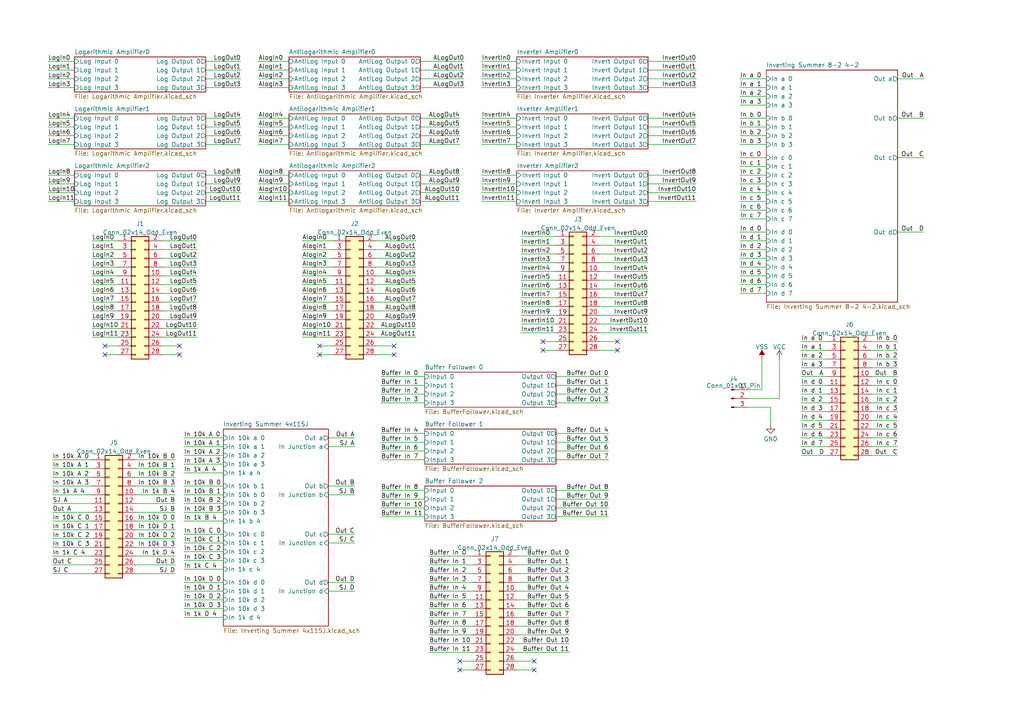
<source format=kicad_sch>
(kicad_sch (version 20230121) (generator eeschema)
  (paper "A4")
  (title_block (title "Analog Computer ") (date "2023-03-08") (rev "v1") (company "Out-of-band Development, LLC") (comment 1 "Matthew Whited"))
  (lib_symbols
    (symbol "Connector:Conn_01x03_Pin" (pin_names (offset 1.016) hide)
      (property "Reference" "J" (at 0 5.08 0))
      (property "Value" "Conn_01x03_Pin" (at 0 -5.08 0))
      (symbol "Conn_01x03_Pin_1_1"
        (polyline (pts (xy 1.27 -2.54) (xy 0.8636 -2.54)) (stroke (width 0.1524)))
        (polyline (pts (xy 1.27 0) (xy 0.8636 0)) (stroke (width 0.1524)))
        (polyline (pts (xy 1.27 2.54) (xy 0.8636 2.54)) (stroke (width 0.1524)))
        (rectangle (start 0.8636 -2.413) (end 0 -2.667) (stroke (width 0.1524)) (fill (type outline)))
        (rectangle (start 0.8636 0.127) (end 0 -0.127) (stroke (width 0.1524)) (fill (type outline)))
        (rectangle (start 0.8636 2.667) (end 0 2.413) (stroke (width 0.1524)) (fill (type outline)))
        (pin passive line (at 5.08 2.54 180) (length 3.81) (name "Pin_1") (number "1"))
        (pin passive line (at 5.08 0 180) (length 3.81) (name "Pin_2") (number "2"))
        (pin passive line (at 5.08 -2.54 180) (length 3.81) (name "Pin_3") (number "3"))
      )
    )
    (symbol "Connector_Generic:Conn_02x14_Odd_Even" (pin_names (offset 1.016) hide)
      (property "Reference" "J" (at 1.27 17.78 0))
      (property "Value" "Conn_02x14_Odd_Even" (at 1.27 -20.32 0))
      (symbol "Conn_02x14_Odd_Even_1_1"
        (rectangle (start -1.27 -17.653) (end 0 -17.907) (stroke (width 0.1524)))
        (rectangle (start -1.27 -15.113) (end 0 -15.367) (stroke (width 0.1524)))
        (rectangle (start -1.27 -12.573) (end 0 -12.827) (stroke (width 0.1524)))
        (rectangle (start -1.27 -10.033) (end 0 -10.287) (stroke (width 0.1524)))
        (rectangle (start -1.27 -7.493) (end 0 -7.747) (stroke (width 0.1524)))
        (rectangle (start -1.27 -4.953) (end 0 -5.207) (stroke (width 0.1524)))
        (rectangle (start -1.27 -2.413) (end 0 -2.667) (stroke (width 0.1524)))
        (rectangle (start -1.27 0.127) (end 0 -0.127) (stroke (width 0.1524)))
        (rectangle (start -1.27 2.667) (end 0 2.413) (stroke (width 0.1524)))
        (rectangle (start -1.27 5.207) (end 0 4.953) (stroke (width 0.1524)))
        (rectangle (start -1.27 7.747) (end 0 7.493) (stroke (width 0.1524)))
        (rectangle (start -1.27 10.287) (end 0 10.033) (stroke (width 0.1524)))
        (rectangle (start -1.27 12.827) (end 0 12.573) (stroke (width 0.1524)))
        (rectangle (start -1.27 15.367) (end 0 15.113) (stroke (width 0.1524)))
        (rectangle (start -1.27 16.51) (end 3.81 -19.05) (stroke (width 0.254)) (fill (type background)))
        (rectangle (start 3.81 -17.653) (end 2.54 -17.907) (stroke (width 0.1524)))
        (rectangle (start 3.81 -15.113) (end 2.54 -15.367) (stroke (width 0.1524)))
        (rectangle (start 3.81 -12.573) (end 2.54 -12.827) (stroke (width 0.1524)))
        (rectangle (start 3.81 -10.033) (end 2.54 -10.287) (stroke (width 0.1524)))
        (rectangle (start 3.81 -7.493) (end 2.54 -7.747) (stroke (width 0.1524)))
        (rectangle (start 3.81 -4.953) (end 2.54 -5.207) (stroke (width 0.1524)))
        (rectangle (start 3.81 -2.413) (end 2.54 -2.667) (stroke (width 0.1524)))
        (rectangle (start 3.81 0.127) (end 2.54 -0.127) (stroke (width 0.1524)))
        (rectangle (start 3.81 2.667) (end 2.54 2.413) (stroke (width 0.1524)))
        (rectangle (start 3.81 5.207) (end 2.54 4.953) (stroke (width 0.1524)))
        (rectangle (start 3.81 7.747) (end 2.54 7.493) (stroke (width 0.1524)))
        (rectangle (start 3.81 10.287) (end 2.54 10.033) (stroke (width 0.1524)))
        (rectangle (start 3.81 12.827) (end 2.54 12.573) (stroke (width 0.1524)))
        (rectangle (start 3.81 15.367) (end 2.54 15.113) (stroke (width 0.1524)))
        (pin passive line (at -5.08 15.24 0) (length 3.81) (name "Pin_1") (number "1"))
        (pin passive line (at 7.62 5.08 180) (length 3.81) (name "Pin_10") (number "10"))
        (pin passive line (at -5.08 2.54 0) (length 3.81) (name "Pin_11") (number "11"))
        (pin passive line (at 7.62 2.54 180) (length 3.81) (name "Pin_12") (number "12"))
        (pin passive line (at -5.08 0 0) (length 3.81) (name "Pin_13") (number "13"))
        (pin passive line (at 7.62 0 180) (length 3.81) (name "Pin_14") (number "14"))
        (pin passive line (at -5.08 -2.54 0) (length 3.81) (name "Pin_15") (number "15"))
        (pin passive line (at 7.62 -2.54 180) (length 3.81) (name "Pin_16") (number "16"))
        (pin passive line (at -5.08 -5.08 0) (length 3.81) (name "Pin_17") (number "17"))
        (pin passive line (at 7.62 -5.08 180) (length 3.81) (name "Pin_18") (number "18"))
        (pin passive line (at -5.08 -7.62 0) (length 3.81) (name "Pin_19") (number "19"))
        (pin passive line (at 7.62 15.24 180) (length 3.81) (name "Pin_2") (number "2"))
        (pin passive line (at 7.62 -7.62 180) (length 3.81) (name "Pin_20") (number "20"))
        (pin passive line (at -5.08 -10.16 0) (length 3.81) (name "Pin_21") (number "21"))
        (pin passive line (at 7.62 -10.16 180) (length 3.81) (name "Pin_22") (number "22"))
        (pin passive line (at -5.08 -12.7 0) (length 3.81) (name "Pin_23") (number "23"))
        (pin passive line (at 7.62 -12.7 180) (length 3.81) (name "Pin_24") (number "24"))
        (pin passive line (at -5.08 -15.24 0) (length 3.81) (name "Pin_25") (number "25"))
        (pin passive line (at 7.62 -15.24 180) (length 3.81) (name "Pin_26") (number "26"))
        (pin passive line (at -5.08 -17.78 0) (length 3.81) (name "Pin_27") (number "27"))
        (pin passive line (at 7.62 -17.78 180) (length 3.81) (name "Pin_28") (number "28"))
        (pin passive line (at -5.08 12.7 0) (length 3.81) (name "Pin_3") (number "3"))
        (pin passive line (at 7.62 12.7 180) (length 3.81) (name "Pin_4") (number "4"))
        (pin passive line (at -5.08 10.16 0) (length 3.81) (name "Pin_5") (number "5"))
        (pin passive line (at 7.62 10.16 180) (length 3.81) (name "Pin_6") (number "6"))
        (pin passive line (at -5.08 7.62 0) (length 3.81) (name "Pin_7") (number "7"))
        (pin passive line (at 7.62 7.62 180) (length 3.81) (name "Pin_8") (number "8"))
        (pin passive line (at -5.08 5.08 0) (length 3.81) (name "Pin_9") (number "9"))
      )
    )
    (symbol "power:GND" (power) (pin_names (offset 0))
      (property "Value" "GND" (at 0 -3.81 0))
      (symbol "GND_0_1"
        (polyline (pts (xy 0 0) (xy 0 -1.27) (xy 1.27 -1.27) (xy 0 -2.54) (xy -1.27 -1.27) (xy 0 -1.27)))
      )
      (symbol "GND_1_1"
        (pin power_in line (at 0 0 270) (length 0) hide (name "GND") (number "1"))
      )
    )
    (symbol "power:VCC" (power) (pin_names (offset 0))
      (property "Value" "VCC" (at 0 3.81 0))
      (symbol "VCC_0_1"
        (polyline (pts (xy -0.762 1.27) (xy 0 2.54)))
        (polyline (pts (xy 0 0) (xy 0 2.54)))
        (polyline (pts (xy 0 2.54) (xy 0.762 1.27)))
      )
      (symbol "VCC_1_1"
        (pin power_in line (at 0 0 90) (length 0) hide (name "VCC") (number "1"))
      )
    )
    (symbol "power:VSS" (power) (pin_names (offset 0))
      (property "Value" "VSS" (at 0 3.81 0))
      (symbol "VSS_0_1"
        (polyline (pts (xy 0 0) (xy 0 2.54)))
        (polyline (pts (xy 0.762 1.27) (xy -0.762 1.27) (xy 0 2.54) (xy 0.762 1.27)) (fill (type outline)))
      )
      (symbol "VSS_1_1"
        (pin power_in line (at 0 0 90) (length 0) hide (name "VSS") (number "1"))
      )
    )
  )
  (no_connect (at 133.35 194.31))
  (no_connect (at 157.48 101.6))
  (no_connect (at 179.07 101.6))
  (no_connect (at 30.48 102.87))
  (no_connect (at 114.3 100.33))
  (no_connect (at 154.94 191.77))
  (no_connect (at 154.94 194.31))
  (no_connect (at 30.48 100.33))
  (no_connect (at 52.07 102.87))
  (no_connect (at 133.35 191.77))
  (no_connect (at 52.07 100.33))
  (no_connect (at 92.71 100.33))
  (no_connect (at 179.07 99.06))
  (no_connect (at 114.3 102.87))
  (no_connect (at 92.71 102.87))
  (no_connect (at 157.48 99.06))
  (wire (pts (xy 74.93 20.32) (xy 83.82 20.32)))
  (wire (pts (xy 110.49 128.27) (xy 123.19 128.27)))
  (wire (pts (xy 124.46 181.61) (xy 137.16 181.61)))
  (wire (pts (xy 95.25 129.54) (xy 102.87 129.54)))
  (wire (pts (xy 87.63 77.47) (xy 96.52 77.47)))
  (wire (pts (xy 26.67 90.17) (xy 34.29 90.17)))
  (wire (pts (xy 214.63 77.47) (xy 222.25 77.47)))
  (wire (pts (xy 46.99 69.85) (xy 57.15 69.85)))
  (wire (pts (xy 151.13 96.52) (xy 161.29 96.52)))
  (wire (pts (xy 53.34 134.62) (xy 64.77 134.62)))
  (wire (pts (xy 161.29 128.27) (xy 176.53 128.27)))
  (wire (pts (xy 187.96 53.34) (xy 201.93 53.34)))
  (wire (pts (xy 252.73 99.06) (xy 260.35 99.06)))
  (wire (pts (xy 13.97 50.8) (xy 21.59 50.8)))
  (wire (pts (xy 252.73 124.46) (xy 260.35 124.46)))
  (wire (pts (xy 110.49 109.22) (xy 123.19 109.22)))
  (wire (pts (xy 59.69 34.29) (xy 69.85 34.29)))
  (wire (pts (xy 252.73 132.08) (xy 260.35 132.08)))
  (wire (pts (xy 110.49 111.76) (xy 123.19 111.76)))
  (wire (pts (xy 124.46 173.99) (xy 137.16 173.99)))
  (wire (pts (xy 15.24 138.43) (xy 26.67 138.43)))
  (wire (pts (xy 95.25 157.48) (xy 102.87 157.48)))
  (wire (pts (xy 133.35 191.77) (xy 137.16 191.77)))
  (wire (pts (xy 87.63 72.39) (xy 96.52 72.39)))
  (wire (pts (xy 252.73 106.68) (xy 260.35 106.68)))
  (wire (pts (xy 220.98 113.03) (xy 217.17 113.03)))
  (wire (pts (xy 139.7 20.32) (xy 149.86 20.32)))
  (wire (pts (xy 214.63 63.5) (xy 222.25 63.5)))
  (wire (pts (xy 173.99 93.98) (xy 187.96 93.98)))
  (wire (pts (xy 74.93 41.91) (xy 83.82 41.91)))
  (wire (pts (xy 26.67 87.63) (xy 34.29 87.63)))
  (wire (pts (xy 110.49 142.24) (xy 123.19 142.24)))
  (wire (pts (xy 151.13 76.2) (xy 161.29 76.2)))
  (wire (pts (xy 187.96 55.88) (xy 201.93 55.88)))
  (wire (pts (xy 46.99 80.01) (xy 57.15 80.01)))
  (wire (pts (xy 109.22 92.71) (xy 120.65 92.71)))
  (wire (pts (xy 53.34 160.02) (xy 64.77 160.02)))
  (wire (pts (xy 59.69 25.4) (xy 69.85 25.4)))
  (wire (pts (xy 74.93 25.4) (xy 83.82 25.4)))
  (wire (pts (xy 53.34 179.07) (xy 64.77 179.07)))
  (wire (pts (xy 260.35 45.72) (xy 267.97 45.72)))
  (wire (pts (xy 26.67 82.55) (xy 34.29 82.55)))
  (wire (pts (xy 214.63 82.55) (xy 222.25 82.55)))
  (wire (pts (xy 30.48 102.87) (xy 34.29 102.87)))
  (wire (pts (xy 46.99 87.63) (xy 57.15 87.63)))
  (wire (pts (xy 109.22 95.25) (xy 120.65 95.25)))
  (wire (pts (xy 214.63 53.34) (xy 222.25 53.34)))
  (wire (pts (xy 87.63 92.71) (xy 96.52 92.71)))
  (wire (pts (xy 161.29 130.81) (xy 176.53 130.81)))
  (wire (pts (xy 15.24 166.37) (xy 26.67 166.37)))
  (wire (pts (xy 53.34 157.48) (xy 64.77 157.48)))
  (wire (pts (xy 214.63 48.26) (xy 222.25 48.26)))
  (wire (pts (xy 252.73 129.54) (xy 260.35 129.54)))
  (wire (pts (xy 124.46 163.83) (xy 137.16 163.83)))
  (wire (pts (xy 95.25 143.51) (xy 102.87 143.51)))
  (wire (pts (xy 109.22 72.39) (xy 120.65 72.39)))
  (wire (pts (xy 260.35 22.86) (xy 267.97 22.86)))
  (wire (pts (xy 87.63 74.93) (xy 96.52 74.93)))
  (wire (pts (xy 133.35 194.31) (xy 137.16 194.31)))
  (wire (pts (xy 187.96 58.42) (xy 201.93 58.42)))
  (wire (pts (xy 124.46 186.69) (xy 137.16 186.69)))
  (wire (pts (xy 161.29 109.22) (xy 176.53 109.22)))
  (wire (pts (xy 252.73 121.92) (xy 260.35 121.92)))
  (wire (pts (xy 151.13 78.74) (xy 161.29 78.74)))
  (wire (pts (xy 87.63 90.17) (xy 96.52 90.17)))
  (wire (pts (xy 39.37 158.75) (xy 50.8 158.75)))
  (wire (pts (xy 151.13 71.12) (xy 161.29 71.12)))
  (wire (pts (xy 232.41 116.84) (xy 240.03 116.84)))
  (wire (pts (xy 252.73 111.76) (xy 260.35 111.76)))
  (wire (pts (xy 46.99 85.09) (xy 57.15 85.09)))
  (wire (pts (xy 109.22 87.63) (xy 120.65 87.63)))
  (wire (pts (xy 26.67 74.93) (xy 34.29 74.93)))
  (wire (pts (xy 214.63 25.4) (xy 222.25 25.4)))
  (wire (pts (xy 232.41 111.76) (xy 240.03 111.76)))
  (wire (pts (xy 15.24 161.29) (xy 26.67 161.29)))
  (wire (pts (xy 173.99 73.66) (xy 187.96 73.66)))
  (wire (pts (xy 161.29 142.24) (xy 176.53 142.24)))
  (wire (pts (xy 124.46 166.37) (xy 137.16 166.37)))
  (wire (pts (xy 173.99 96.52) (xy 187.96 96.52)))
  (wire (pts (xy 151.13 93.98) (xy 161.29 93.98)))
  (wire (pts (xy 13.97 17.78) (xy 21.59 17.78)))
  (wire (pts (xy 149.86 168.91) (xy 165.1 168.91)))
  (wire (pts (xy 26.67 77.47) (xy 34.29 77.47)))
  (wire (pts (xy 173.99 86.36) (xy 187.96 86.36)))
  (wire (pts (xy 15.24 143.51) (xy 26.67 143.51)))
  (wire (pts (xy 214.63 58.42) (xy 222.25 58.42)))
  (wire (pts (xy 13.97 34.29) (xy 21.59 34.29)))
  (wire (pts (xy 39.37 153.67) (xy 50.8 153.67)))
  (wire (pts (xy 173.99 81.28) (xy 187.96 81.28)))
  (wire (pts (xy 87.63 85.09) (xy 96.52 85.09)))
  (wire (pts (xy 149.86 176.53) (xy 165.1 176.53)))
  (wire (pts (xy 53.34 173.99) (xy 64.77 173.99)))
  (wire (pts (xy 59.69 41.91) (xy 69.85 41.91)))
  (wire (pts (xy 53.34 176.53) (xy 64.77 176.53)))
  (wire (pts (xy 46.99 95.25) (xy 57.15 95.25)))
  (wire (pts (xy 74.93 17.78) (xy 83.82 17.78)))
  (wire (pts (xy 214.63 41.91) (xy 222.25 41.91)))
  (wire (pts (xy 121.92 22.86) (xy 134.62 22.86)))
  (wire (pts (xy 39.37 151.13) (xy 50.8 151.13)))
  (wire (pts (xy 220.98 104.14) (xy 220.98 113.03)))
  (wire (pts (xy 187.96 17.78) (xy 201.93 17.78)))
  (wire (pts (xy 187.96 41.91) (xy 201.93 41.91)))
  (wire (pts (xy 95.25 171.45) (xy 102.87 171.45)))
  (wire (pts (xy 173.99 83.82) (xy 187.96 83.82)))
  (wire (pts (xy 173.99 88.9) (xy 187.96 88.9)))
  (wire (pts (xy 74.93 36.83) (xy 83.82 36.83)))
  (wire (pts (xy 124.46 161.29) (xy 137.16 161.29)))
  (wire (pts (xy 53.34 165.1) (xy 64.77 165.1)))
  (wire (pts (xy 109.22 80.01) (xy 120.65 80.01)))
  (wire (pts (xy 173.99 76.2) (xy 187.96 76.2)))
  (wire (pts (xy 39.37 148.59) (xy 50.8 148.59)))
  (wire (pts (xy 232.41 104.14) (xy 240.03 104.14)))
  (wire (pts (xy 161.29 116.84) (xy 176.53 116.84)))
  (wire (pts (xy 59.69 20.32) (xy 69.85 20.32)))
  (wire (pts (xy 110.49 149.86) (xy 123.19 149.86)))
  (wire (pts (xy 59.69 55.88) (xy 69.85 55.88)))
  (wire (pts (xy 15.24 133.35) (xy 26.67 133.35)))
  (wire (pts (xy 151.13 88.9) (xy 161.29 88.9)))
  (wire (pts (xy 157.48 99.06) (xy 161.29 99.06)))
  (wire (pts (xy 161.29 149.86) (xy 176.53 149.86)))
  (wire (pts (xy 109.22 82.55) (xy 120.65 82.55)))
  (wire (pts (xy 214.63 36.83) (xy 222.25 36.83)))
  (wire (pts (xy 13.97 53.34) (xy 21.59 53.34)))
  (wire (pts (xy 15.24 151.13) (xy 26.67 151.13)))
  (wire (pts (xy 252.73 104.14) (xy 260.35 104.14)))
  (wire (pts (xy 121.92 17.78) (xy 134.62 17.78)))
  (wire (pts (xy 13.97 20.32) (xy 21.59 20.32)))
  (wire (pts (xy 217.17 115.57) (xy 226.06 115.57)))
  (wire (pts (xy 124.46 179.07) (xy 137.16 179.07)))
  (wire (pts (xy 121.92 20.32) (xy 134.62 20.32)))
  (wire (pts (xy 139.7 50.8) (xy 149.86 50.8)))
  (wire (pts (xy 252.73 101.6) (xy 260.35 101.6)))
  (wire (pts (xy 13.97 41.91) (xy 21.59 41.91)))
  (wire (pts (xy 139.7 25.4) (xy 149.86 25.4)))
  (wire (pts (xy 39.37 161.29) (xy 50.8 161.29)))
  (wire (pts (xy 252.73 127) (xy 260.35 127)))
  (wire (pts (xy 173.99 101.6) (xy 179.07 101.6)))
  (wire (pts (xy 149.86 191.77) (xy 154.94 191.77)))
  (wire (pts (xy 92.71 100.33) (xy 96.52 100.33)))
  (wire (pts (xy 232.41 106.68) (xy 240.03 106.68)))
  (wire (pts (xy 87.63 97.79) (xy 96.52 97.79)))
  (wire (pts (xy 110.49 116.84) (xy 123.19 116.84)))
  (wire (pts (xy 59.69 50.8) (xy 69.85 50.8)))
  (wire (pts (xy 74.93 39.37) (xy 83.82 39.37)))
  (wire (pts (xy 109.22 100.33) (xy 114.3 100.33)))
  (wire (pts (xy 87.63 69.85) (xy 96.52 69.85)))
  (wire (pts (xy 217.17 118.11) (xy 223.52 118.11)))
  (wire (pts (xy 149.86 166.37) (xy 165.1 166.37)))
  (wire (pts (xy 95.25 127) (xy 102.87 127)))
  (wire (pts (xy 124.46 168.91) (xy 137.16 168.91)))
  (wire (pts (xy 110.49 147.32) (xy 123.19 147.32)))
  (wire (pts (xy 59.69 22.86) (xy 69.85 22.86)))
  (wire (pts (xy 149.86 163.83) (xy 165.1 163.83)))
  (wire (pts (xy 149.86 184.15) (xy 165.1 184.15)))
  (wire (pts (xy 187.96 20.32) (xy 201.93 20.32)))
  (wire (pts (xy 214.63 60.96) (xy 222.25 60.96)))
  (wire (pts (xy 121.92 58.42) (xy 133.35 58.42)))
  (wire (pts (xy 139.7 55.88) (xy 149.86 55.88)))
  (wire (pts (xy 26.67 80.01) (xy 34.29 80.01)))
  (wire (pts (xy 232.41 129.54) (xy 240.03 129.54)))
  (wire (pts (xy 173.99 68.58) (xy 187.96 68.58)))
  (wire (pts (xy 13.97 39.37) (xy 21.59 39.37)))
  (wire (pts (xy 124.46 171.45) (xy 137.16 171.45)))
  (wire (pts (xy 53.34 143.51) (xy 64.77 143.51)))
  (wire (pts (xy 214.63 67.31) (xy 222.25 67.31)))
  (wire (pts (xy 87.63 87.63) (xy 96.52 87.63)))
  (wire (pts (xy 121.92 34.29) (xy 133.35 34.29)))
  (wire (pts (xy 13.97 55.88) (xy 21.59 55.88)))
  (wire (pts (xy 232.41 101.6) (xy 240.03 101.6)))
  (wire (pts (xy 26.67 92.71) (xy 34.29 92.71)))
  (wire (pts (xy 53.34 140.97) (xy 64.77 140.97)))
  (wire (pts (xy 39.37 156.21) (xy 50.8 156.21)))
  (wire (pts (xy 187.96 39.37) (xy 201.93 39.37)))
  (wire (pts (xy 173.99 91.44) (xy 187.96 91.44)))
  (wire (pts (xy 95.25 154.94) (xy 102.87 154.94)))
  (wire (pts (xy 26.67 72.39) (xy 34.29 72.39)))
  (wire (pts (xy 232.41 119.38) (xy 240.03 119.38)))
  (wire (pts (xy 214.63 55.88) (xy 222.25 55.88)))
  (wire (pts (xy 13.97 36.83) (xy 21.59 36.83)))
  (wire (pts (xy 110.49 130.81) (xy 123.19 130.81)))
  (wire (pts (xy 214.63 80.01) (xy 222.25 80.01)))
  (wire (pts (xy 46.99 97.79) (xy 57.15 97.79)))
  (wire (pts (xy 151.13 68.58) (xy 161.29 68.58)))
  (wire (pts (xy 124.46 184.15) (xy 137.16 184.15)))
  (wire (pts (xy 39.37 166.37) (xy 50.8 166.37)))
  (wire (pts (xy 95.25 140.97) (xy 102.87 140.97)))
  (wire (pts (xy 15.24 163.83) (xy 26.67 163.83)))
  (wire (pts (xy 92.71 102.87) (xy 96.52 102.87)))
  (wire (pts (xy 214.63 34.29) (xy 222.25 34.29)))
  (wire (pts (xy 232.41 114.3) (xy 240.03 114.3)))
  (wire (pts (xy 87.63 80.01) (xy 96.52 80.01)))
  (wire (pts (xy 124.46 189.23) (xy 137.16 189.23)))
  (wire (pts (xy 151.13 73.66) (xy 161.29 73.66)))
  (wire (pts (xy 149.86 179.07) (xy 165.1 179.07)))
  (wire (pts (xy 252.73 119.38) (xy 260.35 119.38)))
  (wire (pts (xy 139.7 17.78) (xy 149.86 17.78)))
  (wire (pts (xy 139.7 58.42) (xy 149.86 58.42)))
  (wire (pts (xy 214.63 39.37) (xy 222.25 39.37)))
  (wire (pts (xy 46.99 72.39) (xy 57.15 72.39)))
  (wire (pts (xy 124.46 176.53) (xy 137.16 176.53)))
  (wire (pts (xy 139.7 36.83) (xy 149.86 36.83)))
  (wire (pts (xy 121.92 36.83) (xy 133.35 36.83)))
  (wire (pts (xy 151.13 83.82) (xy 161.29 83.82)))
  (wire (pts (xy 214.63 27.94) (xy 222.25 27.94)))
  (wire (pts (xy 74.93 55.88) (xy 83.82 55.88)))
  (wire (pts (xy 87.63 95.25) (xy 96.52 95.25)))
  (wire (pts (xy 187.96 50.8) (xy 201.93 50.8)))
  (wire (pts (xy 187.96 36.83) (xy 201.93 36.83)))
  (wire (pts (xy 121.92 53.34) (xy 133.35 53.34)))
  (wire (pts (xy 53.34 151.13) (xy 64.77 151.13)))
  (wire (pts (xy 26.67 97.79) (xy 34.29 97.79)))
  (wire (pts (xy 260.35 67.31) (xy 267.97 67.31)))
  (wire (pts (xy 15.24 140.97) (xy 26.67 140.97)))
  (wire (pts (xy 252.73 116.84) (xy 260.35 116.84)))
  (wire (pts (xy 173.99 78.74) (xy 187.96 78.74)))
  (wire (pts (xy 161.29 133.35) (xy 176.53 133.35)))
  (wire (pts (xy 59.69 17.78) (xy 69.85 17.78)))
  (wire (pts (xy 232.41 127) (xy 240.03 127)))
  (wire (pts (xy 139.7 41.91) (xy 149.86 41.91)))
  (wire (pts (xy 260.35 34.29) (xy 267.97 34.29)))
  (wire (pts (xy 214.63 74.93) (xy 222.25 74.93)))
  (wire (pts (xy 15.24 135.89) (xy 26.67 135.89)))
  (wire (pts (xy 46.99 82.55) (xy 57.15 82.55)))
  (wire (pts (xy 109.22 90.17) (xy 120.65 90.17)))
  (wire (pts (xy 232.41 121.92) (xy 240.03 121.92)))
  (wire (pts (xy 39.37 146.05) (xy 50.8 146.05)))
  (wire (pts (xy 161.29 125.73) (xy 176.53 125.73)))
  (wire (pts (xy 74.93 34.29) (xy 83.82 34.29)))
  (wire (pts (xy 232.41 99.06) (xy 240.03 99.06)))
  (wire (pts (xy 161.29 114.3) (xy 176.53 114.3)))
  (wire (pts (xy 15.24 153.67) (xy 26.67 153.67)))
  (wire (pts (xy 59.69 36.83) (xy 69.85 36.83)))
  (wire (pts (xy 223.52 118.11) (xy 223.52 123.19)))
  (wire (pts (xy 139.7 22.86) (xy 149.86 22.86)))
  (wire (pts (xy 26.67 95.25) (xy 34.29 95.25)))
  (wire (pts (xy 109.22 102.87) (xy 114.3 102.87)))
  (wire (pts (xy 46.99 74.93) (xy 57.15 74.93)))
  (wire (pts (xy 87.63 82.55) (xy 96.52 82.55)))
  (wire (pts (xy 214.63 30.48) (xy 222.25 30.48)))
  (wire (pts (xy 74.93 53.34) (xy 83.82 53.34)))
  (wire (pts (xy 109.22 85.09) (xy 120.65 85.09)))
  (wire (pts (xy 74.93 22.86) (xy 83.82 22.86)))
  (wire (pts (xy 109.22 77.47) (xy 120.65 77.47)))
  (wire (pts (xy 149.86 161.29) (xy 165.1 161.29)))
  (wire (pts (xy 173.99 99.06) (xy 179.07 99.06)))
  (wire (pts (xy 53.34 171.45) (xy 64.77 171.45)))
  (wire (pts (xy 110.49 114.3) (xy 123.19 114.3)))
  (wire (pts (xy 151.13 86.36) (xy 161.29 86.36)))
  (wire (pts (xy 214.63 50.8) (xy 222.25 50.8)))
  (wire (pts (xy 46.99 90.17) (xy 57.15 90.17)))
  (wire (pts (xy 53.34 129.54) (xy 64.77 129.54)))
  (wire (pts (xy 214.63 69.85) (xy 222.25 69.85)))
  (wire (pts (xy 121.92 50.8) (xy 133.35 50.8)))
  (wire (pts (xy 214.63 72.39) (xy 222.25 72.39)))
  (wire (pts (xy 214.63 22.86) (xy 222.25 22.86)))
  (wire (pts (xy 173.99 71.12) (xy 187.96 71.12)))
  (wire (pts (xy 53.34 132.08) (xy 64.77 132.08)))
  (wire (pts (xy 59.69 53.34) (xy 69.85 53.34)))
  (wire (pts (xy 46.99 92.71) (xy 57.15 92.71)))
  (wire (pts (xy 232.41 132.08) (xy 240.03 132.08)))
  (wire (pts (xy 252.73 109.22) (xy 260.35 109.22)))
  (wire (pts (xy 161.29 111.76) (xy 176.53 111.76)))
  (wire (pts (xy 214.63 85.09) (xy 222.25 85.09)))
  (wire (pts (xy 95.25 168.91) (xy 102.87 168.91)))
  (wire (pts (xy 149.86 181.61) (xy 165.1 181.61)))
  (wire (pts (xy 53.34 148.59) (xy 64.77 148.59)))
  (wire (pts (xy 74.93 58.42) (xy 83.82 58.42)))
  (wire (pts (xy 151.13 81.28) (xy 161.29 81.28)))
  (wire (pts (xy 109.22 74.93) (xy 120.65 74.93)))
  (wire (pts (xy 53.34 137.16) (xy 64.77 137.16)))
  (wire (pts (xy 109.22 97.79) (xy 120.65 97.79)))
  (wire (pts (xy 53.34 162.56) (xy 64.77 162.56)))
  (wire (pts (xy 46.99 102.87) (xy 52.07 102.87)))
  (wire (pts (xy 149.86 186.69) (xy 165.1 186.69)))
  (wire (pts (xy 39.37 135.89) (xy 50.8 135.89)))
  (wire (pts (xy 226.06 115.57) (xy 226.06 104.14)))
  (wire (pts (xy 15.24 146.05) (xy 26.67 146.05)))
  (wire (pts (xy 151.13 91.44) (xy 161.29 91.44)))
  (wire (pts (xy 110.49 133.35) (xy 123.19 133.35)))
  (wire (pts (xy 53.34 146.05) (xy 64.77 146.05)))
  (wire (pts (xy 187.96 34.29) (xy 201.93 34.29)))
  (wire (pts (xy 46.99 77.47) (xy 57.15 77.47)))
  (wire (pts (xy 59.69 39.37) (xy 69.85 39.37)))
  (wire (pts (xy 139.7 34.29) (xy 149.86 34.29)))
  (wire (pts (xy 110.49 125.73) (xy 123.19 125.73)))
  (wire (pts (xy 109.22 69.85) (xy 120.65 69.85)))
  (wire (pts (xy 252.73 114.3) (xy 260.35 114.3)))
  (wire (pts (xy 39.37 143.51) (xy 50.8 143.51)))
  (wire (pts (xy 232.41 124.46) (xy 240.03 124.46)))
  (wire (pts (xy 53.34 127) (xy 64.77 127)))
  (wire (pts (xy 74.93 50.8) (xy 83.82 50.8)))
  (wire (pts (xy 110.49 144.78) (xy 123.19 144.78)))
  (wire (pts (xy 15.24 158.75) (xy 26.67 158.75)))
  (wire (pts (xy 39.37 133.35) (xy 50.8 133.35)))
  (wire (pts (xy 214.63 45.72) (xy 222.25 45.72)))
  (wire (pts (xy 13.97 25.4) (xy 21.59 25.4)))
  (wire (pts (xy 161.29 147.32) (xy 176.53 147.32)))
  (wire (pts (xy 121.92 41.91) (xy 133.35 41.91)))
  (wire (pts (xy 15.24 156.21) (xy 26.67 156.21)))
  (wire (pts (xy 26.67 69.85) (xy 34.29 69.85)))
  (wire (pts (xy 149.86 171.45) (xy 165.1 171.45)))
  (wire (pts (xy 30.48 100.33) (xy 34.29 100.33)))
  (wire (pts (xy 149.86 194.31) (xy 154.94 194.31)))
  (wire (pts (xy 187.96 25.4) (xy 201.93 25.4)))
  (wire (pts (xy 39.37 138.43) (xy 50.8 138.43)))
  (wire (pts (xy 46.99 100.33) (xy 52.07 100.33)))
  (wire (pts (xy 53.34 154.94) (xy 64.77 154.94)))
  (wire (pts (xy 121.92 39.37) (xy 133.35 39.37)))
  (wire (pts (xy 149.86 173.99) (xy 165.1 173.99)))
  (wire (pts (xy 139.7 53.34) (xy 149.86 53.34)))
  (wire (pts (xy 161.29 144.78) (xy 176.53 144.78)))
  (wire (pts (xy 121.92 55.88) (xy 133.35 55.88)))
  (wire (pts (xy 39.37 163.83) (xy 50.8 163.83)))
  (wire (pts (xy 13.97 22.86) (xy 21.59 22.86)))
  (wire (pts (xy 59.69 58.42) (xy 69.85 58.42)))
  (wire (pts (xy 13.97 58.42) (xy 21.59 58.42)))
  (wire (pts (xy 26.67 85.09) (xy 34.29 85.09)))
  (wire (pts (xy 149.86 189.23) (xy 165.1 189.23)))
  (wire (pts (xy 187.96 22.86) (xy 201.93 22.86)))
  (wire (pts (xy 53.34 168.91) (xy 64.77 168.91)))
  (wire (pts (xy 232.41 109.22) (xy 240.03 109.22)))
  (wire (pts (xy 15.24 148.59) (xy 26.67 148.59)))
  (wire (pts (xy 121.92 25.4) (xy 134.62 25.4)))
  (wire (pts (xy 39.37 140.97) (xy 50.8 140.97)))
  (wire (pts (xy 157.48 101.6) (xy 161.29 101.6)))
  (wire (pts (xy 139.7 39.37) (xy 149.86 39.37)))
  (label "LogOut10" (at 57.15 95.25 180))
  (label "Buffer In 5" (at 110.49 128.27 0))
  (label "LogOut2" (at 57.15 74.93 180))
  (label "LogIn11" (at 26.67 97.79 0))
  (label "In b 2" (at 214.63 39.37 0))
  (label "AlogIn11" (at 74.93 58.42 0))
  (label "In c 6" (at 260.35 127 180))
  (label "Buffer In 4" (at 110.49 125.73 0))
  (label "InvertOut9" (at 201.93 53.34 180))
  (label "LogIn3" (at 26.67 77.47 0))
  (label "Buffer Out 0" (at 176.53 109.22 180))
  (label "In b 3" (at 214.63 41.91 0))
  (label "ALogOut2" (at 134.62 22.86 180))
  (label "ALogOut7" (at 120.65 87.63 180))
  (label "Buffer Out 4" (at 165.1 171.45 180))
  (label "In 10k A 1" (at 15.24 135.89 0))
  (label "In 1k D 4" (at 50.8 161.29 180))
  (label "LogIn0" (at 13.97 17.78 0))
  (label "Buffer Out 3" (at 176.53 116.84 180))
  (label "In d 1" (at 214.63 69.85 0))
  (label "LogOut2" (at 69.85 22.86 180))
  (label "ALogOut10" (at 133.35 55.88 180))
  (label "Buffer In 4" (at 124.46 171.45 0))
  (label "Buffer In 0" (at 110.49 109.22 0))
  (label "Out D" (at 102.87 168.91 180))
  (label "InvertIn11" (at 151.13 96.52 0))
  (label "AlogIn3" (at 87.63 77.47 0))
  (label "ALogOut11" (at 120.65 97.79 180))
  (label "Buffer Out 2" (at 176.53 114.3 180))
  (label "LogOut0" (at 69.85 17.78 180))
  (label "InvertIn4" (at 139.7 34.29 0))
  (label "In 10k B 0" (at 50.8 133.35 180))
  (label "SJ D" (at 50.8 166.37 180))
  (label "LogIn0" (at 26.67 69.85 0))
  (label "InvertIn3" (at 151.13 76.2 0))
  (label "In 1k B 4" (at 53.34 151.13 0))
  (label "Out  D" (at 267.97 67.31 180))
  (label "ALogOut8" (at 133.35 50.8 180))
  (label "SJ C" (at 102.87 157.48 180))
  (label "ALogOut1" (at 120.65 72.39 180))
  (label "LogOut9" (at 69.85 53.34 180))
  (label "In d 5" (at 232.41 124.46 0))
  (label "SJ B" (at 102.87 143.51 180))
  (label "In a 0" (at 214.63 22.86 0))
  (label "LogOut6" (at 69.85 39.37 180))
  (label "ALogOut6" (at 133.35 39.37 180))
  (label "AlogIn0" (at 87.63 69.85 0))
  (label "ALogOut9" (at 120.65 92.71 180))
  (label "In 10k C 2" (at 53.34 160.02 0))
  (label "Buffer Out 3" (at 165.1 168.91 180))
  (label "Buffer In 9" (at 110.49 144.78 0))
  (label "Out  C" (at 267.97 45.72 180))
  (label "LogIn2" (at 13.97 22.86 0))
  (label "InvertIn7" (at 151.13 86.36 0))
  (label "Buffer In 11" (at 124.46 189.23 0))
  (label "Buffer Out 7" (at 165.1 179.07 180))
  (label "In 10k C 2" (at 15.24 156.21 0))
  (label "InvertIn6" (at 139.7 39.37 0))
  (label "InvertOut0" (at 187.96 68.58 180))
  (label "Buffer In 9" (at 124.46 184.15 0))
  (label "In 1k C 4" (at 15.24 161.29 0))
  (label "ALogOut11" (at 133.35 58.42 180))
  (label "In 10k B 3" (at 50.8 140.97 180))
  (label "In b 1" (at 260.35 101.6 180))
  (label "InvertIn5" (at 151.13 81.28 0))
  (label "LogIn6" (at 13.97 39.37 0))
  (label "InvertOut1" (at 187.96 71.12 180))
  (label "In c 5" (at 260.35 124.46 180))
  (label "In d 1" (at 232.41 114.3 0))
  (label "LogOut7" (at 69.85 41.91 180))
  (label "Out  B" (at 260.35 109.22 180))
  (label "InvertOut10" (at 187.96 93.98 180))
  (label "LogIn5" (at 13.97 36.83 0))
  (label "In d 0" (at 214.63 67.31 0))
  (label "In 10k B 3" (at 53.34 148.59 0))
  (label "AlogIn8" (at 87.63 90.17 0))
  (label "InvertIn4" (at 151.13 78.74 0))
  (label "AlogIn6" (at 74.93 39.37 0))
  (label "LogIn3" (at 13.97 25.4 0))
  (label "LogIn1" (at 26.67 72.39 0))
  (label "In a 3" (at 214.63 30.48 0))
  (label "Buffer Out 10" (at 165.1 186.69 180))
  (label "Buffer In 6" (at 110.49 130.81 0))
  (label "AlogIn8" (at 74.93 50.8 0))
  (label "LogOut10" (at 69.85 55.88 180))
  (label "InvertOut8" (at 187.96 88.9 180))
  (label "In c 2" (at 260.35 116.84 180))
  (label "Buffer Out 5" (at 176.53 128.27 180))
  (label "Buffer In 3" (at 110.49 116.84 0))
  (label "In d 6" (at 214.63 82.55 0))
  (label "Buffer In 6" (at 124.46 176.53 0))
  (label "SJ C" (at 15.24 166.37 0))
  (label "LogIn9" (at 13.97 53.34 0))
  (label "Buffer In 8" (at 110.49 142.24 0))
  (label "Buffer In 7" (at 110.49 133.35 0))
  (label "Out  C" (at 260.35 132.08 180))
  (label "AlogIn9" (at 87.63 92.71 0))
  (label "In 10k C 1" (at 15.24 153.67 0))
  (label "InvertIn1" (at 151.13 71.12 0))
  (label "AlogIn5" (at 87.63 82.55 0))
  (label "In b 3" (at 260.35 106.68 180))
  (label "ALogOut3" (at 134.62 25.4 180))
  (label "InvertOut7" (at 201.93 41.91 180))
  (label "AlogIn11" (at 87.63 97.79 0))
  (label "LogIn8" (at 26.67 90.17 0))
  (label "LogIn7" (at 26.67 87.63 0))
  (label "LogOut5" (at 57.15 82.55 180))
  (label "LogIn6" (at 26.67 85.09 0))
  (label "InvertOut2" (at 201.93 22.86 180))
  (label "Buffer In 10" (at 124.46 186.69 0))
  (label "In a 1" (at 232.41 101.6 0))
  (label "In b 0" (at 214.63 34.29 0))
  (label "In 10k D 0" (at 53.34 168.91 0))
  (label "InvertOut5" (at 187.96 81.28 180))
  (label "InvertOut8" (at 201.93 50.8 180))
  (label "ALogOut5" (at 120.65 82.55 180))
  (label "AlogIn1" (at 87.63 72.39 0))
  (label "In a 2" (at 232.41 104.14 0))
  (label "Buffer Out 10" (at 176.53 147.32 180))
  (label "ALogOut7" (at 133.35 41.91 180))
  (label "In 1k A 4" (at 53.34 137.16 0))
  (label "LogOut3" (at 69.85 25.4 180))
  (label "In 10k D 3" (at 50.8 158.75 180))
  (label "ALogOut0" (at 120.65 69.85 180))
  (label "LogOut8" (at 57.15 90.17 180))
  (label "Buffer In 7" (at 124.46 179.07 0))
  (label "InvertOut5" (at 201.93 36.83 180))
  (label "LogOut5" (at 69.85 36.83 180))
  (label "In c 0" (at 214.63 45.72 0))
  (label "Out C" (at 15.24 163.83 0))
  (label "In d 4" (at 232.41 121.92 0))
  (label "Buffer In 0" (at 124.46 161.29 0))
  (label "Buffer In 11" (at 110.49 149.86 0))
  (label "In c 1" (at 260.35 114.3 180))
  (label "SJ A" (at 15.24 146.05 0))
  (label "In c 3" (at 260.35 119.38 180))
  (label "In 10k B 1" (at 50.8 135.89 180))
  (label "In 10k B 0" (at 53.34 140.97 0))
  (label "In c 7" (at 260.35 129.54 180))
  (label "AlogIn3" (at 74.93 25.4 0))
  (label "Buffer Out 11" (at 165.1 189.23 180))
  (label "InvertOut11" (at 187.96 96.52 180))
  (label "ALogOut10" (at 120.65 95.25 180))
  (label "LogIn10" (at 26.67 95.25 0))
  (label "In 10k A 0" (at 15.24 133.35 0))
  (label "InvertIn11" (at 139.7 58.42 0))
  (label "Buffer In 10" (at 110.49 147.32 0))
  (label "In c 4" (at 260.35 121.92 180))
  (label "In 1k C 4" (at 53.34 165.1 0))
  (label "AlogIn2" (at 74.93 22.86 0))
  (label "LogIn4" (at 13.97 34.29 0))
  (label "AlogIn7" (at 74.93 41.91 0))
  (label "Buffer Out 1" (at 165.1 163.83 180))
  (label "LogOut1" (at 69.85 20.32 180))
  (label "In d 2" (at 232.41 116.84 0))
  (label "Buffer Out 7" (at 176.53 133.35 180))
  (label "AlogIn0" (at 74.93 17.78 0))
  (label "InvertIn9" (at 151.13 91.44 0))
  (label "In 10k D 1" (at 50.8 153.67 180))
  (label "Buffer Out 0" (at 165.1 161.29 180))
  (label "In b 1" (at 214.63 36.83 0))
  (label "LogOut4" (at 57.15 80.01 180))
  (label "Buffer Out 4" (at 176.53 125.73 180))
  (label "LogOut6" (at 57.15 85.09 180))
  (label "InvertIn2" (at 139.7 22.86 0))
  (label "ALogOut2" (at 120.65 74.93 180))
  (label "In 10k A 2" (at 15.24 138.43 0))
  (label "In 10k A 3" (at 53.34 134.62 0))
  (label "LogOut7" (at 57.15 87.63 180))
  (label "Buffer In 8" (at 124.46 181.61 0))
  (label "In c 3" (at 214.63 53.34 0))
  (label "In 10k C 0" (at 15.24 151.13 0))
  (label "InvertOut0" (at 201.93 17.78 180))
  (label "InvertIn10" (at 139.7 55.88 0))
  (label "AlogIn4" (at 87.63 80.01 0))
  (label "Buffer In 1" (at 110.49 111.76 0))
  (label "ALogOut0" (at 134.62 17.78 180))
  (label "Out C" (at 102.87 154.94 180))
  (label "InvertIn0" (at 151.13 68.58 0))
  (label "InvertIn5" (at 139.7 36.83 0))
  (label "Buffer Out 8" (at 176.53 142.24 180))
  (label "In 10k A 2" (at 53.34 132.08 0))
  (label "SJ D" (at 102.87 171.45 180))
  (label "ALogOut9" (at 133.35 53.34 180))
  (label "LogIn1" (at 13.97 20.32 0))
  (label "InvertIn3" (at 139.7 25.4 0))
  (label "AlogIn10" (at 87.63 95.25 0))
  (label "In 1k B 4" (at 50.8 143.51 180))
  (label "InvertOut6" (at 187.96 83.82 180))
  (label "In 10k C 0" (at 53.34 154.94 0))
  (label "InvertIn8" (at 151.13 88.9 0))
  (label "Buffer In 2" (at 110.49 114.3 0))
  (label "ALogOut8" (at 120.65 90.17 180))
  (label "In 1k A 4" (at 15.24 143.51 0))
  (label "Out  A" (at 232.41 109.22 0))
  (label "InvertOut9" (at 187.96 91.44 180))
  (label "Buffer Out 8" (at 165.1 181.61 180))
  (label "AlogIn2" (at 87.63 74.93 0))
  (label "LogIn9" (at 26.67 92.71 0))
  (label "InvertIn9" (at 139.7 53.34 0))
  (label "In d 3" (at 232.41 119.38 0))
  (label "LogIn4" (at 26.67 80.01 0))
  (label "In a 2" (at 214.63 27.94 0))
  (label "In 1k D 4" (at 53.34 179.07 0))
  (label "InvertOut6" (at 201.93 39.37 180))
  (label "Buffer In 2" (at 124.46 166.37 0))
  (label "In 10k A 1" (at 53.34 129.54 0))
  (label "InvertOut3" (at 187.96 76.2 180))
  (label "Buffer In 1" (at 124.46 163.83 0))
  (label "In 10k D 0" (at 50.8 151.13 180))
  (label "In a 3" (at 232.41 106.68 0))
  (label "Buffer Out 11" (at 176.53 149.86 180))
  (label "In d 5" (at 214.63 80.01 0))
  (label "In c 5" (at 214.63 58.42 0))
  (label "InvertIn7" (at 139.7 41.91 0))
  (label "In a 1" (at 214.63 25.4 0))
  (label "In c 2" (at 214.63 50.8 0))
  (label "LogOut0" (at 57.15 69.85 180))
  (label "In c 4" (at 214.63 55.88 0))
  (label "InvertOut7" (at 187.96 86.36 180))
  (label "SJ A" (at 102.87 129.54 180))
  (label "ALogOut4" (at 120.65 80.01 180))
  (label "In 10k A 3" (at 15.24 140.97 0))
  (label "In c 1" (at 214.63 48.26 0))
  (label "ALogOut6" (at 120.65 85.09 180))
  (label "In d 4" (at 214.63 77.47 0))
  (label "In d 3" (at 214.63 74.93 0))
  (label "ALogOut1" (at 134.62 20.32 180))
  (label "LogOut11" (at 57.15 97.79 180))
  (label "InvertIn1" (at 139.7 20.32 0))
  (label "In b 0" (at 260.35 99.06 180))
  (label "LogIn5" (at 26.67 82.55 0))
  (label "Out  D" (at 232.41 132.08 0))
  (label "InvertOut3" (at 201.93 25.4 180))
  (label "Buffer Out 5" (at 165.1 173.99 180))
  (label "Buffer Out 1" (at 176.53 111.76 180))
  (label "ALogOut4" (at 133.35 34.29 180))
  (label "In c 0" (at 260.35 111.76 180))
  (label "InvertIn6" (at 151.13 83.82 0))
  (label "LogOut4" (at 69.85 34.29 180))
  (label "InvertOut4" (at 201.93 34.29 180))
  (label "LogIn11" (at 13.97 58.42 0))
  (label "AlogIn10" (at 74.93 55.88 0))
  (label "In 10k D 3" (at 53.34 176.53 0))
  (label "In 10k C 3" (at 15.24 158.75 0))
  (label "In d 6" (at 232.41 127 0))
  (label "AlogIn9" (at 74.93 53.34 0))
  (label "Out D" (at 50.8 163.83 180))
  (label "InvertOut4" (at 187.96 78.74 180))
  (label "Buffer In 3" (at 124.46 168.91 0))
  (label "In 10k C 3" (at 53.34 162.56 0))
  (label "LogIn8" (at 13.97 50.8 0))
  (label "AlogIn6" (at 87.63 85.09 0))
  (label "LogOut1" (at 57.15 72.39 180))
  (label "In d 7" (at 214.63 85.09 0))
  (label "In 10k D 2" (at 50.8 156.21 180))
  (label "In d 2" (at 214.63 72.39 0))
  (label "LogOut11" (at 69.85 58.42 180))
  (label "AlogIn4" (at 74.93 34.29 0))
  (label "SJ B" (at 50.8 148.59 180))
  (label "In d 7" (at 232.41 129.54 0))
  (label "InvertOut1" (at 201.93 20.32 180))
  (label "Buffer Out 6" (at 165.1 176.53 180))
  (label "In d 0" (at 232.41 111.76 0))
  (label "InvertIn10" (at 151.13 93.98 0))
  (label "Out B" (at 50.8 146.05 180))
  (label "ALogOut5" (at 133.35 36.83 180))
  (label "In b 2" (at 260.35 104.14 180))
  (label "Buffer Out 9" (at 165.1 184.15 180))
  (label "AlogIn5" (at 74.93 36.83 0))
  (label "In 10k C 1" (at 53.34 157.48 0))
  (label "Out  B" (at 267.97 34.29 180))
  (label "LogIn10" (at 13.97 55.88 0))
  (label "InvertOut10" (at 201.93 55.88 180))
  (label "In 10k A 0" (at 53.34 127 0))
  (label "AlogIn1" (at 74.93 20.32 0))
  (label "LogIn2" (at 26.67 74.93 0))
  (label "Out A" (at 102.87 127 180))
  (label "Out B" (at 102.87 140.97 180))
  (label "Out  A" (at 267.97 22.86 180))
  (label "In c 7" (at 214.63 63.5 0))
  (label "In 10k D 2" (at 53.34 173.99 0))
  (label "In 10k B 1" (at 53.34 143.51 0))
  (label "InvertOut11" (at 201.93 58.42 180))
  (label "InvertIn2" (at 151.13 73.66 0))
  (label "Out A" (at 15.24 148.59 0))
  (label "InvertOut2" (at 187.96 73.66 180))
  (label "In c 6" (at 214.63 60.96 0))
  (label "Buffer Out 6" (at 176.53 130.81 180))
  (label "LogOut9" (at 57.15 92.71 180))
  (label "Buffer Out 9" (at 176.53 144.78 180))
  (label "LogOut8" (at 69.85 50.8 180))
  (label "InvertIn0" (at 139.7 17.78 0))
  (label "In 10k B 2" (at 50.8 138.43 180))
  (label "In 10k B 2" (at 53.34 146.05 0))
  (label "LogOut3" (at 57.15 77.47 180))
  (label "Buffer Out 2" (at 165.1 166.37 180))
  (label "Buffer In 5" (at 124.46 173.99 0))
  (label "InvertIn8" (at 139.7 50.8 0))
  (label "In 10k D 1" (at 53.34 171.45 0))
  (label "LogIn7" (at 13.97 41.91 0))
  (label "In a 0" (at 232.41 99.06 0))
  (label "ALogOut3" (at 120.65 77.47 180))
  (label "AlogIn7" (at 87.63 87.63 0))
  (symbol (lib_id "Connector_Generic:Conn_02x14_Odd_Even") (at 166.37 83.82 0) (unit 1)
    (property "Reference" "J3" (at 167.64 63.6102 0))
    (property "Value" "Conn_02x14_Odd_Even" (at 167.64 66.1471 0))
    (property "Footprint" "Connector_PinHeader_2.54mm:PinHeader_2x14_P2.54mm_Vertical" (effects hide))
  )
  (symbol (lib_id "Connector_Generic:Conn_02x14_Odd_Even") (at 31.75 148.59 0) (unit 1)
    (property "Reference" "J5" (at 33.02 128.3802 0))
    (property "Value" "Conn_02x14_Odd_Even" (at 33.02 130.9171 0))
    (property "Footprint" "Connector_PinHeader_2.54mm:PinHeader_2x14_P2.54mm_Vertical" (effects hide))
  )
  (symbol (lib_id "Connector_Generic:Conn_02x14_Odd_Even") (at 39.37 85.09 0) (unit 1)
    (property "Reference" "J1" (at 40.64 64.8802 0))
    (property "Value" "Conn_02x14_Odd_Even" (at 40.64 67.4171 0))
    (property "Footprint" "Connector_PinHeader_2.54mm:PinHeader_2x14_P2.54mm_Vertical" (effects hide))
  )
  (symbol (lib_id "power:GND") (at 223.52 123.19 0) (unit 1)
    (property "Reference" "#PWR030" (effects hide))
    (property "Value" "GND" (at 223.52 127.3255 0))
  )
  (symbol (lib_id "power:VSS") (at 220.98 104.14 0) (unit 1)
    (property "Reference" "#PWR029" (effects hide))
    (property "Value" "VSS" (at 220.98 100.6381 0))
  )
  (symbol (lib_id "Connector_Generic:Conn_02x14_Odd_Even") (at 245.11 114.3 0) (unit 1)
    (property "Reference" "J6" (at 246.38 94.0902 0))
    (property "Value" "Conn_02x14_Odd_Even" (at 246.38 96.6271 0))
    (property "Footprint" "Connector_PinHeader_2.54mm:PinHeader_2x14_P2.54mm_Vertical" (effects hide))
  )
  (symbol (lib_id "Connector:Conn_01x03_Pin") (at 212.09 115.57 0) (unit 1)
    (property "Reference" "J4" (at 212.725 109.9439 0))
    (property "Value" "Conn_01x03_Pin" (at 212.725 111.8649 0))
    (property "Footprint" "Connector_JST:JST_XH_B3B-XH-AM_1x03_P2.50mm_Vertical" (effects hide))
  )
  (symbol (lib_id "Connector_Generic:Conn_02x14_Odd_Even") (at 101.6 85.09 0) (unit 1)
    (property "Reference" "J2" (at 102.87 64.8802 0))
    (property "Value" "Conn_02x14_Odd_Even" (at 102.87 67.4171 0))
    (property "Footprint" "Connector_PinHeader_2.54mm:PinHeader_2x14_P2.54mm_Vertical" (effects hide))
  )
  (symbol (lib_id "Connector_Generic:Conn_02x14_Odd_Even") (at 142.24 176.53 0) (unit 1)
    (property "Reference" "J7" (at 143.51 156.3202 0))
    (property "Value" "Conn_02x14_Odd_Even" (at 143.51 158.8571 0))
    (property "Footprint" "Connector_PinHeader_2.54mm:PinHeader_2x14_P2.54mm_Vertical" (effects hide))
  )
  (symbol (lib_id "power:VCC") (at 226.06 104.14 0) (unit 1)
    (property "Reference" "#PWR028" (effects hide))
    (property "Value" "VCC" (at 226.06 100.6381 0))
  )
  (sheet (at 123.19 107.95) (size 38.1 10.16) (stroke (width 0.1524))
    (property "Sheetname" "Buffer Follower 0" (at 123.19 107.2384 0) (effects (justify left bottom)))
    (property "Sheetfile" "BufferFollower.kicad_sch" (at 123.19 118.6946 0) (effects (justify left top)))
    (pin "Output 0" output (at 161.29 109.22 0))
    (pin "Output 1" output (at 161.29 111.76 0))
    (pin "Input 0" input (at 123.19 109.22 180))
    (pin "Input 1" input (at 123.19 111.76 180))
    (pin "Input 2" input (at 123.19 114.3 180))
    (pin "Input 3" input (at 123.19 116.84 180))
    (pin "Output 3" output (at 161.29 116.84 0))
    (pin "Output 2" output (at 161.29 114.3 0))
  )
  (sheet (at 149.86 16.51) (size 38.1 10.16) (stroke (width 0.1524))
    (property "Sheetname" "Inverter Amplifier0" (at 149.86 15.7984 0) (effects (justify left bottom)))
    (property "Sheetfile" "Inverter Amplifier.kicad_sch" (at 149.86 27.2546 0) (effects (justify left top)))
    (pin "Invert Output 2" output (at 187.96 22.86 0))
    (pin "Invert Input 3" input (at 149.86 25.4 180))
    (pin "Invert Output 3" output (at 187.96 25.4 0))
    (pin "Invert Input 0" input (at 149.86 17.78 180))
    (pin "Invert Output 0" output (at 187.96 17.78 0))
    (pin "Invert Input 1" input (at 149.86 20.32 180))
    (pin "Invert Output 1" output (at 187.96 20.32 0))
    (pin "Invert Input 2" input (at 149.86 22.86 180))
  )
  (sheet (at 83.82 33.02) (size 38.1 10.16) (stroke (width 0.1524))
    (property "Sheetname" "Antilogarithmic Amplifier1" (at 83.82 32.3084 0) (effects (justify left bottom)))
    (property "Sheetfile" "Antilogarithmic Amplifier.kicad_sch" (at 83.82 43.7646 0) (effects (justify left top)))
    (pin "AntiLog Output 2" output (at 121.92 39.37 0))
    (pin "AntiLog Input 3" input (at 83.82 41.91 180))
    (pin "AntiLog Output 3" output (at 121.92 41.91 0))
    (pin "AntiLog Input 0" input (at 83.82 34.29 180))
    (pin "AntiLog Output 0" output (at 121.92 34.29 0))
    (pin "AntiLog Input 1" input (at 83.82 36.83 180))
    (pin "AntiLog Output 1" output (at 121.92 36.83 0))
    (pin "AntiLog Input 2" input (at 83.82 39.37 180))
  )
  (sheet (at 149.86 33.02) (size 38.1 10.16) (stroke (width 0.1524))
    (property "Sheetname" "Inverter Amplifier1" (at 149.86 32.3084 0) (effects (justify left bottom)))
    (property "Sheetfile" "Inverter Amplifier.kicad_sch" (at 149.86 43.7646 0) (effects (justify left top)))
    (pin "Invert Output 2" output (at 187.96 39.37 0))
    (pin "Invert Input 3" input (at 149.86 41.91 180))
    (pin "Invert Output 3" output (at 187.96 41.91 0))
    (pin "Invert Input 0" input (at 149.86 34.29 180))
    (pin "Invert Output 0" output (at 187.96 34.29 0))
    (pin "Invert Input 1" input (at 149.86 36.83 180))
    (pin "Invert Output 1" output (at 187.96 36.83 0))
    (pin "Invert Input 2" input (at 149.86 39.37 180))
  )
  (sheet (at 64.77 124.46) (size 30.48 57.15) (stroke (width 0.1524))
    (property "Sheetname" "Inverting Summer 4x11SJ" (at 64.77 123.7484 0) (effects (justify left bottom)))
    (property "Sheetfile" "Inverting Summer 4x11SJ.kicad_sch" (at 64.77 182.1946 0) (effects (justify left top)))
    (pin "Out d" output (at 95.25 168.91 0))
    (pin "In Junction a" input (at 95.25 129.54 0))
    (pin "In 1k a 4" input (at 64.77 137.16 180))
    (pin "In 10k a 0" input (at 64.77 127 180))
    (pin "In 10k a 1" input (at 64.77 129.54 180))
    (pin "In 10k a 2" input (at 64.77 132.08 180))
    (pin "In 10k a 3" input (at 64.77 134.62 180))
    (pin "Out a" output (at 95.25 127 0))
    (pin "In 10k b 3" input (at 64.77 148.59 180))
    (pin "In 10k b 0" input (at 64.77 143.51 180))
    (pin "In 1k b 4" input (at 64.77 151.13 180))
    (pin "In 10k b 2" input (at 64.77 146.05 180))
    (pin "In 10k b 1" input (at 64.77 140.97 180))
    (pin "In Junction b" input (at 95.25 143.51 0))
    (pin "Out b" output (at 95.25 140.97 0))
    (pin "Out c" output (at 95.25 154.94 0))
    (pin "In 10k c 1" input (at 64.77 157.48 180))
    (pin "In 10k c 3" input (at 64.77 162.56 180))
    (pin "In 10k c 0" input (at 64.77 154.94 180))
    (pin "In 1k c 4" input (at 64.77 165.1 180))
    (pin "In 10k c 2" input (at 64.77 160.02 180))
    (pin "In Junction c" input (at 95.25 157.48 0))
    (pin "In 10k d 0" input (at 64.77 168.91 180))
    (pin "In 10k d 1" input (at 64.77 171.45 180))
    (pin "In 10k d 2" input (at 64.77 173.99 180))
    (pin "In 1k d 4" input (at 64.77 179.07 180))
    (pin "In 10k d 3" input (at 64.77 176.53 180))
    (pin "In Junction d" input (at 95.25 171.45 0))
  )
  (sheet (at 21.59 49.53) (size 38.1 10.16) (stroke (width 0.1524))
    (property "Sheetname" "Logarithmic Amplifier2" (at 21.59 48.8184 0) (effects (justify left bottom)))
    (property "Sheetfile" "Logarithmic Amplifier.kicad_sch" (at 21.59 60.2746 0) (effects (justify left top)))
    (pin "Log Input 1" input (at 21.59 53.34 180))
    (pin "Log Input 2" input (at 21.59 55.88 180))
    (pin "Log Output 1" output (at 59.69 53.34 0))
    (pin "Log Input 0" input (at 21.59 50.8 180))
    (pin "Log Output 0" output (at 59.69 50.8 0))
    (pin "Log Output 3" output (at 59.69 58.42 0))
    (pin "Log Input 3" input (at 21.59 58.42 180))
    (pin "Log Output 2" output (at 59.69 55.88 0))
  )
  (sheet (at 123.19 124.46) (size 38.1 10.16) (stroke (width 0.1524))
    (property "Sheetname" "Buffer Follower 1" (at 123.19 123.7484 0) (effects (justify left bottom)))
    (property "Sheetfile" "BufferFollower.kicad_sch" (at 123.19 135.2046 0) (effects (justify left top)))
    (pin "Output 0" output (at 161.29 125.73 0))
    (pin "Output 1" output (at 161.29 128.27 0))
    (pin "Input 0" input (at 123.19 125.73 180))
    (pin "Input 1" input (at 123.19 128.27 180))
    (pin "Input 2" input (at 123.19 130.81 180))
    (pin "Input 3" input (at 123.19 133.35 180))
    (pin "Output 3" output (at 161.29 133.35 0))
    (pin "Output 2" output (at 161.29 130.81 0))
  )
  (sheet (at 222.25 20.32) (size 38.1 67.31) (stroke (width 0.1524))
    (property "Sheetname" "Inverting Summer 8-2 4-2" (at 222.25 19.6084 0) (effects (justify left bottom)))
    (property "Sheetfile" "Inverting Summer 8-2 4-2.kicad_sch" (at 222.25 88.2146 0) (effects (justify left top)))
    (pin "In a 0" input (at 222.25 22.86 180))
    (pin "In a 1" input (at 222.25 25.4 180))
    (pin "In a 2" input (at 222.25 27.94 180))
    (pin "In a 3" input (at 222.25 30.48 180))
    (pin "Out b" output (at 260.35 34.29 0))
    (pin "In b 0" input (at 222.25 34.29 180))
    (pin "In b 1" input (at 222.25 36.83 180))
    (pin "In b 2" input (at 222.25 39.37 180))
    (pin "In b 3" input (at 222.25 41.91 180))
    (pin "Out a" output (at 260.35 22.86 0))
    (pin "In c 0" input (at 222.25 45.72 180))
    (pin "In c 1" input (at 222.25 48.26 180))
    (pin "In c 2" input (at 222.25 50.8 180))
    (pin "In c 3" input (at 222.25 53.34 180))
    (pin "In c 4" input (at 222.25 55.88 180))
    (pin "In c 5" input (at 222.25 58.42 180))
    (pin "In c 6" input (at 222.25 60.96 180))
    (pin "In c 7" input (at 222.25 63.5 180))
    (pin "Out c" output (at 260.35 45.72 0))
    (pin "In d 0" input (at 222.25 67.31 180))
    (pin "In d 1" input (at 222.25 69.85 180))
    (pin "In d 2" input (at 222.25 72.39 180))
    (pin "In d 3" input (at 222.25 74.93 180))
    (pin "In d 4" input (at 222.25 77.47 180))
    (pin "In d 5" input (at 222.25 80.01 180))
    (pin "In d 6" input (at 222.25 82.55 180))
    (pin "In d 7" input (at 222.25 85.09 180))
    (pin "Out d" output (at 260.35 67.31 0))
  )
  (sheet (at 21.59 16.51) (size 38.1 10.16) (stroke (width 0.1524))
    (property "Sheetname" "Logarithmic Amplifier0" (at 21.59 15.7984 0) (effects (justify left bottom)))
    (property "Sheetfile" "Logarithmic Amplifier.kicad_sch" (at 21.59 27.2546 0) (effects (justify left top)))
    (pin "Log Input 1" input (at 21.59 20.32 180))
    (pin "Log Input 2" input (at 21.59 22.86 180))
    (pin "Log Output 1" output (at 59.69 20.32 0))
    (pin "Log Input 0" input (at 21.59 17.78 180))
    (pin "Log Output 0" output (at 59.69 17.78 0))
    (pin "Log Output 3" output (at 59.69 25.4 0))
    (pin "Log Input 3" input (at 21.59 25.4 180))
    (pin "Log Output 2" output (at 59.69 22.86 0))
  )
  (sheet (at 83.82 16.51) (size 38.1 10.16) (stroke (width 0.1524))
    (property "Sheetname" "Antilogarithmic Amplifier0" (at 83.82 15.7984 0) (effects (justify left bottom)))
    (property "Sheetfile" "Antilogarithmic Amplifier.kicad_sch" (at 83.82 27.2546 0) (effects (justify left top)))
    (pin "AntiLog Output 2" output (at 121.92 22.86 0))
    (pin "AntiLog Input 3" input (at 83.82 25.4 180))
    (pin "AntiLog Output 3" output (at 121.92 25.4 0))
    (pin "AntiLog Input 0" input (at 83.82 17.78 180))
    (pin "AntiLog Output 0" output (at 121.92 17.78 0))
    (pin "AntiLog Input 1" input (at 83.82 20.32 180))
    (pin "AntiLog Output 1" output (at 121.92 20.32 0))
    (pin "AntiLog Input 2" input (at 83.82 22.86 180))
  )
  (sheet (at 83.82 49.53) (size 38.1 10.16) (stroke (width 0.1524))
    (property "Sheetname" "Antilogarithmic Amplifier2" (at 83.82 48.8184 0) (effects (justify left bottom)))
    (property "Sheetfile" "Antilogarithmic Amplifier.kicad_sch" (at 83.82 60.2746 0) (effects (justify left top)))
    (pin "AntiLog Output 2" output (at 121.92 55.88 0))
    (pin "AntiLog Input 3" input (at 83.82 58.42 180))
    (pin "AntiLog Output 3" output (at 121.92 58.42 0))
    (pin "AntiLog Input 0" input (at 83.82 50.8 180))
    (pin "AntiLog Output 0" output (at 121.92 50.8 0))
    (pin "AntiLog Input 1" input (at 83.82 53.34 180))
    (pin "AntiLog Output 1" output (at 121.92 53.34 0))
    (pin "AntiLog Input 2" input (at 83.82 55.88 180))
  )
  (sheet (at 21.59 33.02) (size 38.1 10.16) (stroke (width 0.1524))
    (property "Sheetname" "Logarithmic Amplifier1" (at 21.59 32.3084 0) (effects (justify left bottom)))
    (property "Sheetfile" "Logarithmic Amplifier.kicad_sch" (at 21.59 43.7646 0) (effects (justify left top)))
    (pin "Log Input 1" input (at 21.59 36.83 180))
    (pin "Log Input 2" input (at 21.59 39.37 180))
    (pin "Log Output 1" output (at 59.69 36.83 0))
    (pin "Log Input 0" input (at 21.59 34.29 180))
    (pin "Log Output 0" output (at 59.69 34.29 0))
    (pin "Log Output 3" output (at 59.69 41.91 0))
    (pin "Log Input 3" input (at 21.59 41.91 180))
    (pin "Log Output 2" output (at 59.69 39.37 0))
  )
  (sheet (at 123.19 140.97) (size 38.1 10.16) (stroke (width 0.1524))
    (property "Sheetname" "Buffer Follower 2" (at 123.19 140.2584 0) (effects (justify left bottom)))
    (property "Sheetfile" "BufferFollower.kicad_sch" (at 123.19 151.7146 0) (effects (justify left top)))
    (pin "Output 0" output (at 161.29 142.24 0))
    (pin "Output 1" output (at 161.29 144.78 0))
    (pin "Input 0" input (at 123.19 142.24 180))
    (pin "Input 1" input (at 123.19 144.78 180))
    (pin "Input 2" input (at 123.19 147.32 180))
    (pin "Input 3" input (at 123.19 149.86 180))
    (pin "Output 3" output (at 161.29 149.86 0))
    (pin "Output 2" output (at 161.29 147.32 0))
  )
  (sheet (at 149.86 49.53) (size 38.1 10.16) (stroke (width 0.1524))
    (property "Sheetname" "Inverter Amplifier2" (at 149.86 48.8184 0) (effects (justify left bottom)))
    (property "Sheetfile" "Inverter Amplifier.kicad_sch" (at 149.86 60.2746 0) (effects (justify left top)))
    (pin "Invert Output 2" output (at 187.96 55.88 0))
    (pin "Invert Input 3" input (at 149.86 58.42 180))
    (pin "Invert Output 3" output (at 187.96 58.42 0))
    (pin "Invert Input 0" input (at 149.86 50.8 180))
    (pin "Invert Output 0" output (at 187.96 50.8 0))
    (pin "Invert Input 1" input (at 149.86 53.34 180))
    (pin "Invert Output 1" output (at 187.96 53.34 0))
    (pin "Invert Input 2" input (at 149.86 55.88 180))
  )
)
</source>
